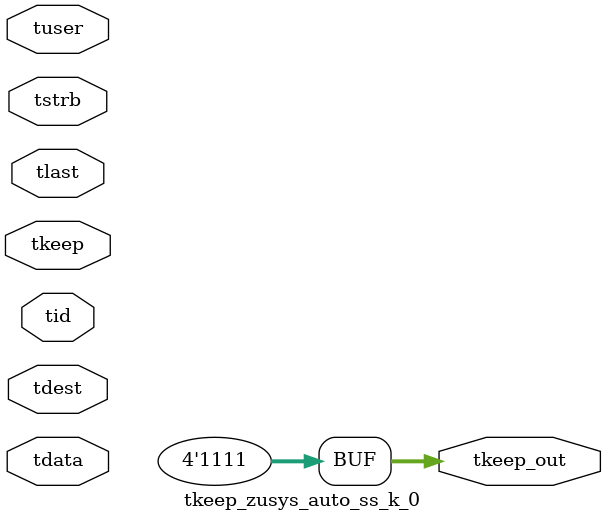
<source format=v>


`timescale 1ps/1ps

module tkeep_zusys_auto_ss_k_0 #
(
parameter C_S_AXIS_TDATA_WIDTH = 32,
parameter C_S_AXIS_TUSER_WIDTH = 0,
parameter C_S_AXIS_TID_WIDTH   = 0,
parameter C_S_AXIS_TDEST_WIDTH = 0,
parameter C_M_AXIS_TDATA_WIDTH = 32
)
(
input  [(C_S_AXIS_TDATA_WIDTH == 0 ? 1 : C_S_AXIS_TDATA_WIDTH)-1:0     ] tdata,
input  [(C_S_AXIS_TUSER_WIDTH == 0 ? 1 : C_S_AXIS_TUSER_WIDTH)-1:0     ] tuser,
input  [(C_S_AXIS_TID_WIDTH   == 0 ? 1 : C_S_AXIS_TID_WIDTH)-1:0       ] tid,
input  [(C_S_AXIS_TDEST_WIDTH == 0 ? 1 : C_S_AXIS_TDEST_WIDTH)-1:0     ] tdest,
input  [(C_S_AXIS_TDATA_WIDTH/8)-1:0 ] tkeep,
input  [(C_S_AXIS_TDATA_WIDTH/8)-1:0 ] tstrb,
input                                                                    tlast,
output [(C_M_AXIS_TDATA_WIDTH/8)-1:0 ] tkeep_out
);

assign tkeep_out = {4'b1111};

endmodule


</source>
